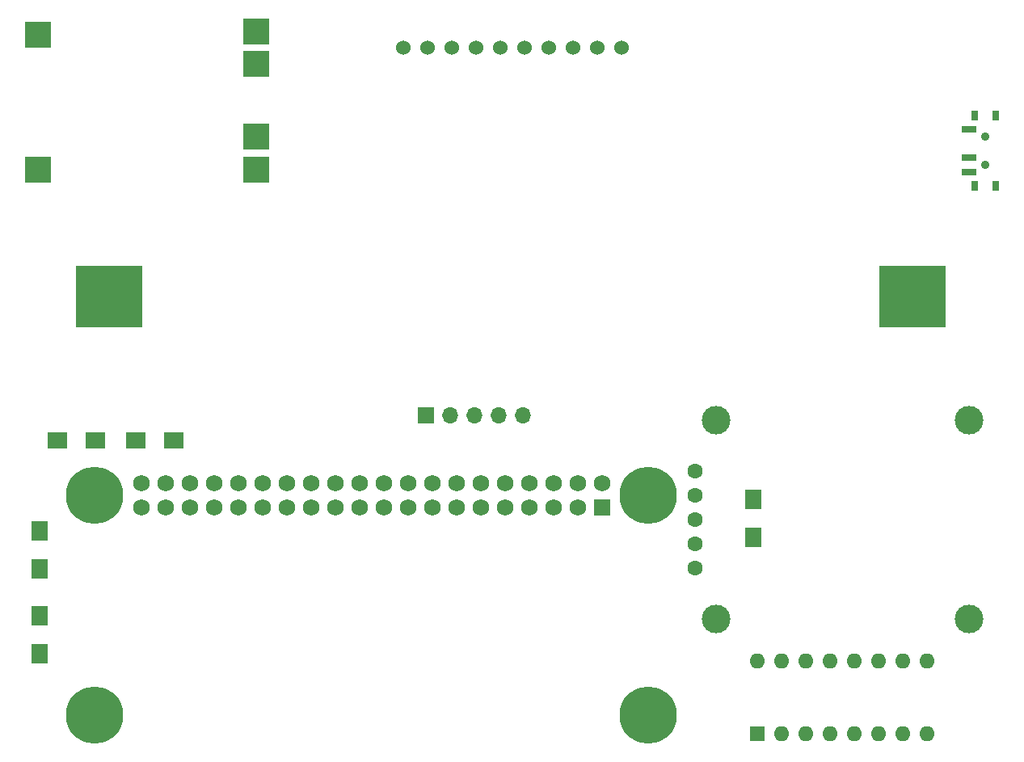
<source format=gbs>
G04 #@! TF.FileFunction,Soldermask,Bot*
%FSLAX46Y46*%
G04 Gerber Fmt 4.6, Leading zero omitted, Abs format (unit mm)*
G04 Created by KiCad (PCBNEW 4.0.6) date 10/22/17 23:17:58*
%MOMM*%
%LPD*%
G01*
G04 APERTURE LIST*
%ADD10C,0.150000*%
%ADD11C,1.524000*%
%ADD12C,6.000000*%
%ADD13C,2.750000*%
%ADD14R,1.727200X1.727200*%
%ADD15C,1.727200*%
%ADD16R,7.000000X6.500000*%
%ADD17R,2.800000X2.800000*%
%ADD18C,0.900000*%
%ADD19R,1.500000X0.700000*%
%ADD20R,0.800000X1.000000*%
%ADD21R,1.600000X1.600000*%
%ADD22O,1.600000X1.600000*%
%ADD23R,1.700000X1.700000*%
%ADD24O,1.700000X1.700000*%
%ADD25C,3.000000*%
%ADD26C,1.600000*%
%ADD27R,1.700000X2.000000*%
%ADD28R,2.000000X1.700000*%
G04 APERTURE END LIST*
D10*
D11*
X198564500Y-147231100D03*
X201104500Y-147231100D03*
X203644500Y-147231100D03*
X206184500Y-147231100D03*
X208724500Y-147231100D03*
X211264500Y-147231100D03*
X213804500Y-147231100D03*
X216344500Y-147231100D03*
X218884500Y-147231100D03*
X221424500Y-147231100D03*
D12*
X166211880Y-194159420D03*
X166211880Y-217159420D03*
X224211880Y-194159420D03*
D13*
X224211880Y-217159420D03*
X166211880Y-194159420D03*
X224211880Y-194159420D03*
X166211880Y-217159420D03*
D14*
X219341880Y-195429420D03*
D15*
X219341880Y-192889420D03*
X216801880Y-195429420D03*
X216801880Y-192889420D03*
X214261880Y-195429420D03*
X214261880Y-192889420D03*
X211721880Y-195429420D03*
X211721880Y-192889420D03*
X209181880Y-195429420D03*
X209181880Y-192889420D03*
X206641880Y-195429420D03*
X206641880Y-192889420D03*
X204101880Y-195429420D03*
X204101880Y-192889420D03*
X201561880Y-195429420D03*
X201561880Y-192889420D03*
X199021880Y-195429420D03*
X199021880Y-192889420D03*
X196481880Y-195429420D03*
X196481880Y-192889420D03*
X193941880Y-195429420D03*
X193941880Y-192889420D03*
X191401880Y-195429420D03*
X191401880Y-192889420D03*
X188861880Y-195429420D03*
X188861880Y-192889420D03*
X186321880Y-195429420D03*
X186321880Y-192889420D03*
X183781880Y-195429420D03*
X183781880Y-192889420D03*
X181241880Y-195429420D03*
X181241880Y-192889420D03*
X178701880Y-195429420D03*
X178701880Y-192889420D03*
X176161880Y-195429420D03*
X176161880Y-192889420D03*
X173621880Y-195429420D03*
X173621880Y-192889420D03*
X171081880Y-195429420D03*
X171081880Y-192889420D03*
D12*
X224211880Y-217159420D03*
D16*
X251851880Y-173299420D03*
X167751880Y-173299420D03*
D17*
X183151880Y-148929420D03*
X183151880Y-156529420D03*
X183151880Y-145529420D03*
X183151880Y-160029420D03*
X160251880Y-145829420D03*
X160251880Y-160029420D03*
D18*
X259541880Y-156509420D03*
X259541880Y-159509420D03*
D19*
X257781880Y-155759420D03*
X257781880Y-158759420D03*
X257781880Y-160259420D03*
D20*
X260641880Y-154359420D03*
X260641880Y-161659420D03*
X258431880Y-161659420D03*
X258431880Y-154359420D03*
D21*
X235611880Y-219059420D03*
D22*
X253391880Y-211439420D03*
X238151880Y-219059420D03*
X250851880Y-211439420D03*
X240691880Y-219059420D03*
X248311880Y-211439420D03*
X243231880Y-219059420D03*
X245771880Y-211439420D03*
X245771880Y-219059420D03*
X243231880Y-211439420D03*
X248311880Y-219059420D03*
X240691880Y-211439420D03*
X250851880Y-219059420D03*
X238151880Y-211439420D03*
X253391880Y-219059420D03*
X235611880Y-211439420D03*
D23*
X200911880Y-185759420D03*
D24*
X203451880Y-185759420D03*
X205991880Y-185759420D03*
X208531880Y-185759420D03*
X211071880Y-185759420D03*
D25*
X257811880Y-186259420D03*
X257811880Y-207059420D03*
X231311880Y-207059420D03*
X231311880Y-186259420D03*
D26*
X229151880Y-191544420D03*
X229151880Y-194084420D03*
X229151880Y-196624420D03*
X229151880Y-199164420D03*
X229151880Y-201704420D03*
D27*
X235211880Y-194559420D03*
X235211880Y-198559420D03*
D28*
X174521880Y-188399420D03*
X170521880Y-188399420D03*
D27*
X160456880Y-210719420D03*
X160456880Y-206719420D03*
X160456880Y-201829420D03*
X160456880Y-197829420D03*
D28*
X166266880Y-188399420D03*
X162266880Y-188399420D03*
M02*

</source>
